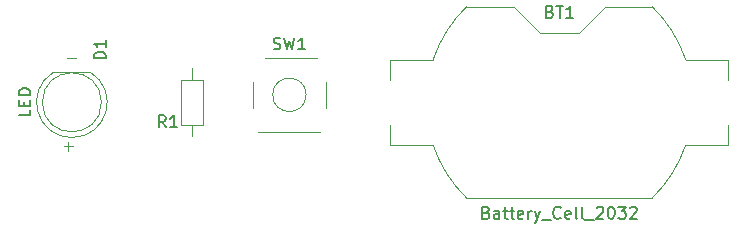
<source format=gto>
%TF.GenerationSoftware,KiCad,Pcbnew,9.0.2*%
%TF.CreationDate,2025-05-15T01:06:17-04:00*%
%TF.ProjectId,Udemy_Project_1,5564656d-795f-4507-926f-6a6563745f31,1*%
%TF.SameCoordinates,Original*%
%TF.FileFunction,Legend,Top*%
%TF.FilePolarity,Positive*%
%FSLAX46Y46*%
G04 Gerber Fmt 4.6, Leading zero omitted, Abs format (unit mm)*
G04 Created by KiCad (PCBNEW 9.0.2) date 2025-05-15 01:06:17*
%MOMM*%
%LPD*%
G01*
G04 APERTURE LIST*
%ADD10C,0.100000*%
%ADD11C,0.150000*%
%ADD12C,0.120000*%
G04 APERTURE END LIST*
D10*
X112003884Y-131491466D02*
X112765789Y-131491466D01*
X111703884Y-138991466D02*
X112465789Y-138991466D01*
X112084836Y-139372419D02*
X112084836Y-138610514D01*
D11*
X129476667Y-130727200D02*
X129619524Y-130774819D01*
X129619524Y-130774819D02*
X129857619Y-130774819D01*
X129857619Y-130774819D02*
X129952857Y-130727200D01*
X129952857Y-130727200D02*
X130000476Y-130679580D01*
X130000476Y-130679580D02*
X130048095Y-130584342D01*
X130048095Y-130584342D02*
X130048095Y-130489104D01*
X130048095Y-130489104D02*
X130000476Y-130393866D01*
X130000476Y-130393866D02*
X129952857Y-130346247D01*
X129952857Y-130346247D02*
X129857619Y-130298628D01*
X129857619Y-130298628D02*
X129667143Y-130251009D01*
X129667143Y-130251009D02*
X129571905Y-130203390D01*
X129571905Y-130203390D02*
X129524286Y-130155771D01*
X129524286Y-130155771D02*
X129476667Y-130060533D01*
X129476667Y-130060533D02*
X129476667Y-129965295D01*
X129476667Y-129965295D02*
X129524286Y-129870057D01*
X129524286Y-129870057D02*
X129571905Y-129822438D01*
X129571905Y-129822438D02*
X129667143Y-129774819D01*
X129667143Y-129774819D02*
X129905238Y-129774819D01*
X129905238Y-129774819D02*
X130048095Y-129822438D01*
X130381429Y-129774819D02*
X130619524Y-130774819D01*
X130619524Y-130774819D02*
X130810000Y-130060533D01*
X130810000Y-130060533D02*
X131000476Y-130774819D01*
X131000476Y-130774819D02*
X131238572Y-129774819D01*
X132143333Y-130774819D02*
X131571905Y-130774819D01*
X131857619Y-130774819D02*
X131857619Y-129774819D01*
X131857619Y-129774819D02*
X131762381Y-129917676D01*
X131762381Y-129917676D02*
X131667143Y-130012914D01*
X131667143Y-130012914D02*
X131571905Y-130060533D01*
X120333333Y-137354819D02*
X120000000Y-136878628D01*
X119761905Y-137354819D02*
X119761905Y-136354819D01*
X119761905Y-136354819D02*
X120142857Y-136354819D01*
X120142857Y-136354819D02*
X120238095Y-136402438D01*
X120238095Y-136402438D02*
X120285714Y-136450057D01*
X120285714Y-136450057D02*
X120333333Y-136545295D01*
X120333333Y-136545295D02*
X120333333Y-136688152D01*
X120333333Y-136688152D02*
X120285714Y-136783390D01*
X120285714Y-136783390D02*
X120238095Y-136831009D01*
X120238095Y-136831009D02*
X120142857Y-136878628D01*
X120142857Y-136878628D02*
X119761905Y-136878628D01*
X121285714Y-137354819D02*
X120714286Y-137354819D01*
X121000000Y-137354819D02*
X121000000Y-136354819D01*
X121000000Y-136354819D02*
X120904762Y-136497676D01*
X120904762Y-136497676D02*
X120809524Y-136592914D01*
X120809524Y-136592914D02*
X120714286Y-136640533D01*
X152884285Y-127566009D02*
X153027142Y-127613628D01*
X153027142Y-127613628D02*
X153074761Y-127661247D01*
X153074761Y-127661247D02*
X153122380Y-127756485D01*
X153122380Y-127756485D02*
X153122380Y-127899342D01*
X153122380Y-127899342D02*
X153074761Y-127994580D01*
X153074761Y-127994580D02*
X153027142Y-128042200D01*
X153027142Y-128042200D02*
X152931904Y-128089819D01*
X152931904Y-128089819D02*
X152550952Y-128089819D01*
X152550952Y-128089819D02*
X152550952Y-127089819D01*
X152550952Y-127089819D02*
X152884285Y-127089819D01*
X152884285Y-127089819D02*
X152979523Y-127137438D01*
X152979523Y-127137438D02*
X153027142Y-127185057D01*
X153027142Y-127185057D02*
X153074761Y-127280295D01*
X153074761Y-127280295D02*
X153074761Y-127375533D01*
X153074761Y-127375533D02*
X153027142Y-127470771D01*
X153027142Y-127470771D02*
X152979523Y-127518390D01*
X152979523Y-127518390D02*
X152884285Y-127566009D01*
X152884285Y-127566009D02*
X152550952Y-127566009D01*
X153408095Y-127089819D02*
X153979523Y-127089819D01*
X153693809Y-128089819D02*
X153693809Y-127089819D01*
X154836666Y-128089819D02*
X154265238Y-128089819D01*
X154550952Y-128089819D02*
X154550952Y-127089819D01*
X154550952Y-127089819D02*
X154455714Y-127232676D01*
X154455714Y-127232676D02*
X154360476Y-127327914D01*
X154360476Y-127327914D02*
X154265238Y-127375533D01*
X147479522Y-144584009D02*
X147622379Y-144631628D01*
X147622379Y-144631628D02*
X147669998Y-144679247D01*
X147669998Y-144679247D02*
X147717617Y-144774485D01*
X147717617Y-144774485D02*
X147717617Y-144917342D01*
X147717617Y-144917342D02*
X147669998Y-145012580D01*
X147669998Y-145012580D02*
X147622379Y-145060200D01*
X147622379Y-145060200D02*
X147527141Y-145107819D01*
X147527141Y-145107819D02*
X147146189Y-145107819D01*
X147146189Y-145107819D02*
X147146189Y-144107819D01*
X147146189Y-144107819D02*
X147479522Y-144107819D01*
X147479522Y-144107819D02*
X147574760Y-144155438D01*
X147574760Y-144155438D02*
X147622379Y-144203057D01*
X147622379Y-144203057D02*
X147669998Y-144298295D01*
X147669998Y-144298295D02*
X147669998Y-144393533D01*
X147669998Y-144393533D02*
X147622379Y-144488771D01*
X147622379Y-144488771D02*
X147574760Y-144536390D01*
X147574760Y-144536390D02*
X147479522Y-144584009D01*
X147479522Y-144584009D02*
X147146189Y-144584009D01*
X148574760Y-145107819D02*
X148574760Y-144584009D01*
X148574760Y-144584009D02*
X148527141Y-144488771D01*
X148527141Y-144488771D02*
X148431903Y-144441152D01*
X148431903Y-144441152D02*
X148241427Y-144441152D01*
X148241427Y-144441152D02*
X148146189Y-144488771D01*
X148574760Y-145060200D02*
X148479522Y-145107819D01*
X148479522Y-145107819D02*
X148241427Y-145107819D01*
X148241427Y-145107819D02*
X148146189Y-145060200D01*
X148146189Y-145060200D02*
X148098570Y-144964961D01*
X148098570Y-144964961D02*
X148098570Y-144869723D01*
X148098570Y-144869723D02*
X148146189Y-144774485D01*
X148146189Y-144774485D02*
X148241427Y-144726866D01*
X148241427Y-144726866D02*
X148479522Y-144726866D01*
X148479522Y-144726866D02*
X148574760Y-144679247D01*
X148908094Y-144441152D02*
X149289046Y-144441152D01*
X149050951Y-144107819D02*
X149050951Y-144964961D01*
X149050951Y-144964961D02*
X149098570Y-145060200D01*
X149098570Y-145060200D02*
X149193808Y-145107819D01*
X149193808Y-145107819D02*
X149289046Y-145107819D01*
X149479523Y-144441152D02*
X149860475Y-144441152D01*
X149622380Y-144107819D02*
X149622380Y-144964961D01*
X149622380Y-144964961D02*
X149669999Y-145060200D01*
X149669999Y-145060200D02*
X149765237Y-145107819D01*
X149765237Y-145107819D02*
X149860475Y-145107819D01*
X150574761Y-145060200D02*
X150479523Y-145107819D01*
X150479523Y-145107819D02*
X150289047Y-145107819D01*
X150289047Y-145107819D02*
X150193809Y-145060200D01*
X150193809Y-145060200D02*
X150146190Y-144964961D01*
X150146190Y-144964961D02*
X150146190Y-144584009D01*
X150146190Y-144584009D02*
X150193809Y-144488771D01*
X150193809Y-144488771D02*
X150289047Y-144441152D01*
X150289047Y-144441152D02*
X150479523Y-144441152D01*
X150479523Y-144441152D02*
X150574761Y-144488771D01*
X150574761Y-144488771D02*
X150622380Y-144584009D01*
X150622380Y-144584009D02*
X150622380Y-144679247D01*
X150622380Y-144679247D02*
X150146190Y-144774485D01*
X151050952Y-145107819D02*
X151050952Y-144441152D01*
X151050952Y-144631628D02*
X151098571Y-144536390D01*
X151098571Y-144536390D02*
X151146190Y-144488771D01*
X151146190Y-144488771D02*
X151241428Y-144441152D01*
X151241428Y-144441152D02*
X151336666Y-144441152D01*
X151574762Y-144441152D02*
X151812857Y-145107819D01*
X152050952Y-144441152D02*
X151812857Y-145107819D01*
X151812857Y-145107819D02*
X151717619Y-145345914D01*
X151717619Y-145345914D02*
X151670000Y-145393533D01*
X151670000Y-145393533D02*
X151574762Y-145441152D01*
X152193810Y-145203057D02*
X152955714Y-145203057D01*
X153765238Y-145012580D02*
X153717619Y-145060200D01*
X153717619Y-145060200D02*
X153574762Y-145107819D01*
X153574762Y-145107819D02*
X153479524Y-145107819D01*
X153479524Y-145107819D02*
X153336667Y-145060200D01*
X153336667Y-145060200D02*
X153241429Y-144964961D01*
X153241429Y-144964961D02*
X153193810Y-144869723D01*
X153193810Y-144869723D02*
X153146191Y-144679247D01*
X153146191Y-144679247D02*
X153146191Y-144536390D01*
X153146191Y-144536390D02*
X153193810Y-144345914D01*
X153193810Y-144345914D02*
X153241429Y-144250676D01*
X153241429Y-144250676D02*
X153336667Y-144155438D01*
X153336667Y-144155438D02*
X153479524Y-144107819D01*
X153479524Y-144107819D02*
X153574762Y-144107819D01*
X153574762Y-144107819D02*
X153717619Y-144155438D01*
X153717619Y-144155438D02*
X153765238Y-144203057D01*
X154574762Y-145060200D02*
X154479524Y-145107819D01*
X154479524Y-145107819D02*
X154289048Y-145107819D01*
X154289048Y-145107819D02*
X154193810Y-145060200D01*
X154193810Y-145060200D02*
X154146191Y-144964961D01*
X154146191Y-144964961D02*
X154146191Y-144584009D01*
X154146191Y-144584009D02*
X154193810Y-144488771D01*
X154193810Y-144488771D02*
X154289048Y-144441152D01*
X154289048Y-144441152D02*
X154479524Y-144441152D01*
X154479524Y-144441152D02*
X154574762Y-144488771D01*
X154574762Y-144488771D02*
X154622381Y-144584009D01*
X154622381Y-144584009D02*
X154622381Y-144679247D01*
X154622381Y-144679247D02*
X154146191Y-144774485D01*
X155193810Y-145107819D02*
X155098572Y-145060200D01*
X155098572Y-145060200D02*
X155050953Y-144964961D01*
X155050953Y-144964961D02*
X155050953Y-144107819D01*
X155717620Y-145107819D02*
X155622382Y-145060200D01*
X155622382Y-145060200D02*
X155574763Y-144964961D01*
X155574763Y-144964961D02*
X155574763Y-144107819D01*
X155860478Y-145203057D02*
X156622382Y-145203057D01*
X156812859Y-144203057D02*
X156860478Y-144155438D01*
X156860478Y-144155438D02*
X156955716Y-144107819D01*
X156955716Y-144107819D02*
X157193811Y-144107819D01*
X157193811Y-144107819D02*
X157289049Y-144155438D01*
X157289049Y-144155438D02*
X157336668Y-144203057D01*
X157336668Y-144203057D02*
X157384287Y-144298295D01*
X157384287Y-144298295D02*
X157384287Y-144393533D01*
X157384287Y-144393533D02*
X157336668Y-144536390D01*
X157336668Y-144536390D02*
X156765240Y-145107819D01*
X156765240Y-145107819D02*
X157384287Y-145107819D01*
X158003335Y-144107819D02*
X158098573Y-144107819D01*
X158098573Y-144107819D02*
X158193811Y-144155438D01*
X158193811Y-144155438D02*
X158241430Y-144203057D01*
X158241430Y-144203057D02*
X158289049Y-144298295D01*
X158289049Y-144298295D02*
X158336668Y-144488771D01*
X158336668Y-144488771D02*
X158336668Y-144726866D01*
X158336668Y-144726866D02*
X158289049Y-144917342D01*
X158289049Y-144917342D02*
X158241430Y-145012580D01*
X158241430Y-145012580D02*
X158193811Y-145060200D01*
X158193811Y-145060200D02*
X158098573Y-145107819D01*
X158098573Y-145107819D02*
X158003335Y-145107819D01*
X158003335Y-145107819D02*
X157908097Y-145060200D01*
X157908097Y-145060200D02*
X157860478Y-145012580D01*
X157860478Y-145012580D02*
X157812859Y-144917342D01*
X157812859Y-144917342D02*
X157765240Y-144726866D01*
X157765240Y-144726866D02*
X157765240Y-144488771D01*
X157765240Y-144488771D02*
X157812859Y-144298295D01*
X157812859Y-144298295D02*
X157860478Y-144203057D01*
X157860478Y-144203057D02*
X157908097Y-144155438D01*
X157908097Y-144155438D02*
X158003335Y-144107819D01*
X158670002Y-144107819D02*
X159289049Y-144107819D01*
X159289049Y-144107819D02*
X158955716Y-144488771D01*
X158955716Y-144488771D02*
X159098573Y-144488771D01*
X159098573Y-144488771D02*
X159193811Y-144536390D01*
X159193811Y-144536390D02*
X159241430Y-144584009D01*
X159241430Y-144584009D02*
X159289049Y-144679247D01*
X159289049Y-144679247D02*
X159289049Y-144917342D01*
X159289049Y-144917342D02*
X159241430Y-145012580D01*
X159241430Y-145012580D02*
X159193811Y-145060200D01*
X159193811Y-145060200D02*
X159098573Y-145107819D01*
X159098573Y-145107819D02*
X158812859Y-145107819D01*
X158812859Y-145107819D02*
X158717621Y-145060200D01*
X158717621Y-145060200D02*
X158670002Y-145012580D01*
X159670002Y-144203057D02*
X159717621Y-144155438D01*
X159717621Y-144155438D02*
X159812859Y-144107819D01*
X159812859Y-144107819D02*
X160050954Y-144107819D01*
X160050954Y-144107819D02*
X160146192Y-144155438D01*
X160146192Y-144155438D02*
X160193811Y-144203057D01*
X160193811Y-144203057D02*
X160241430Y-144298295D01*
X160241430Y-144298295D02*
X160241430Y-144393533D01*
X160241430Y-144393533D02*
X160193811Y-144536390D01*
X160193811Y-144536390D02*
X159622383Y-145107819D01*
X159622383Y-145107819D02*
X160241430Y-145107819D01*
X115254819Y-131538094D02*
X114254819Y-131538094D01*
X114254819Y-131538094D02*
X114254819Y-131299999D01*
X114254819Y-131299999D02*
X114302438Y-131157142D01*
X114302438Y-131157142D02*
X114397676Y-131061904D01*
X114397676Y-131061904D02*
X114492914Y-131014285D01*
X114492914Y-131014285D02*
X114683390Y-130966666D01*
X114683390Y-130966666D02*
X114826247Y-130966666D01*
X114826247Y-130966666D02*
X115016723Y-131014285D01*
X115016723Y-131014285D02*
X115111961Y-131061904D01*
X115111961Y-131061904D02*
X115207200Y-131157142D01*
X115207200Y-131157142D02*
X115254819Y-131299999D01*
X115254819Y-131299999D02*
X115254819Y-131538094D01*
X115254819Y-130014285D02*
X115254819Y-130585713D01*
X115254819Y-130299999D02*
X114254819Y-130299999D01*
X114254819Y-130299999D02*
X114397676Y-130395237D01*
X114397676Y-130395237D02*
X114492914Y-130490475D01*
X114492914Y-130490475D02*
X114540533Y-130585713D01*
X108889819Y-135892857D02*
X108889819Y-136369047D01*
X108889819Y-136369047D02*
X107889819Y-136369047D01*
X108366009Y-135559523D02*
X108366009Y-135226190D01*
X108889819Y-135083333D02*
X108889819Y-135559523D01*
X108889819Y-135559523D02*
X107889819Y-135559523D01*
X107889819Y-135559523D02*
X107889819Y-135083333D01*
X108889819Y-134654761D02*
X107889819Y-134654761D01*
X107889819Y-134654761D02*
X107889819Y-134416666D01*
X107889819Y-134416666D02*
X107937438Y-134273809D01*
X107937438Y-134273809D02*
X108032676Y-134178571D01*
X108032676Y-134178571D02*
X108127914Y-134130952D01*
X108127914Y-134130952D02*
X108318390Y-134083333D01*
X108318390Y-134083333D02*
X108461247Y-134083333D01*
X108461247Y-134083333D02*
X108651723Y-134130952D01*
X108651723Y-134130952D02*
X108746961Y-134178571D01*
X108746961Y-134178571D02*
X108842200Y-134273809D01*
X108842200Y-134273809D02*
X108889819Y-134416666D01*
X108889819Y-134416666D02*
X108889819Y-134654761D01*
D12*
%TO.C,SW1*%
X127690000Y-135770000D02*
X127690000Y-133570000D01*
X128160000Y-137740000D02*
X133360000Y-137740000D01*
X128760000Y-131500000D02*
X133160000Y-131500000D01*
X133930000Y-133570000D02*
X133930000Y-135770000D01*
X132224214Y-134620000D02*
G75*
G02*
X129395786Y-134620000I-1414214J0D01*
G01*
X129395786Y-134620000D02*
G75*
G02*
X132224214Y-134620000I1414214J0D01*
G01*
%TO.C,R1*%
X122555000Y-132385000D02*
X122555000Y-133335000D01*
X122555000Y-138125000D02*
X122555000Y-137175000D01*
X123475000Y-133335000D02*
X121635000Y-133335000D01*
X121635000Y-137175000D01*
X123475000Y-137175000D01*
X123475000Y-133335000D01*
%TO.C,BT1*%
X167980000Y-138865000D02*
X164362000Y-138865000D01*
X167980000Y-137155000D02*
X167980000Y-138865000D01*
X167980000Y-133355000D02*
X167980000Y-131645000D01*
X164362000Y-131645000D02*
X167980000Y-131645000D01*
X161517300Y-143365000D02*
X145822700Y-143365000D01*
X157530000Y-127145000D02*
X161517300Y-127145000D01*
X155330000Y-129345000D02*
X157530000Y-127145000D01*
X152010000Y-129345000D02*
X155330000Y-129345000D01*
X152010000Y-129345000D02*
X149810000Y-127145000D01*
X145822700Y-127145000D02*
X149810000Y-127145000D01*
X142978000Y-138865000D02*
X139360000Y-138865000D01*
X139360000Y-137155000D02*
X139360000Y-138865000D01*
X139360000Y-133355000D02*
X139360000Y-131645000D01*
X139360000Y-131645000D02*
X142978000Y-131645000D01*
X164362000Y-138865000D02*
G75*
G02*
X161515372Y-143366790I-10692020J3610010D01*
G01*
X161515371Y-127143211D02*
G75*
G02*
X164362000Y-131645000I-7845366J-8111785D01*
G01*
X145824629Y-143366789D02*
G75*
G02*
X142978000Y-138865000I7845371J8111789D01*
G01*
X142978000Y-131645000D02*
G75*
G02*
X145824629Y-127143211I10692020J-3610012D01*
G01*
%TO.C,D1*%
X113940000Y-132690000D02*
X110850000Y-132690000D01*
X113939830Y-132690000D02*
G75*
G02*
X112395000Y-138240000I-1544830J-2560000D01*
G01*
X112395000Y-138240000D02*
G75*
G02*
X110850170Y-132690000I0J2990000D01*
G01*
X114895000Y-135250000D02*
G75*
G02*
X109895000Y-135250000I-2500000J0D01*
G01*
X109895000Y-135250000D02*
G75*
G02*
X114895000Y-135250000I2500000J0D01*
G01*
%TD*%
M02*

</source>
